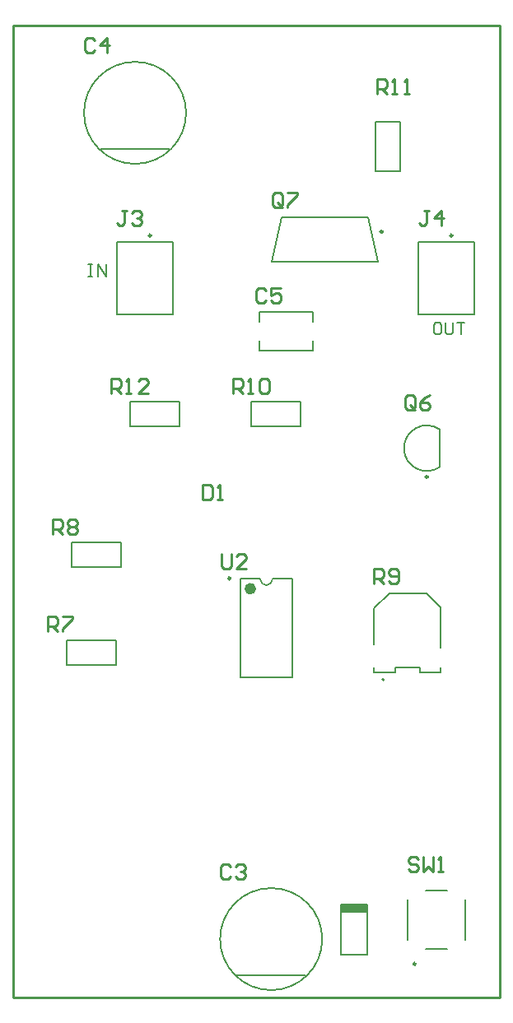
<source format=gto>
G04*
G04 #@! TF.GenerationSoftware,Altium Limited,Altium Designer,23.0.1 (38)*
G04*
G04 Layer_Color=65535*
%FSLAX44Y44*%
%MOMM*%
G71*
G04*
G04 #@! TF.SameCoordinates,AC91A941-50EC-41E1-A27D-3A9DBE1CF2D1*
G04*
G04*
G04 #@! TF.FilePolarity,Positive*
G04*
G01*
G75*
%ADD10C,0.2500*%
%ADD11C,0.1500*%
%ADD12C,0.2000*%
%ADD13C,0.6000*%
%ADD14C,0.2540*%
%ADD15C,0.1270*%
%ADD16R,2.7173X0.9490*%
D10*
X728750Y389500D02*
G03*
X728750Y389500I-1250J0D01*
G01*
X766500Y1138750D02*
G03*
X766500Y1138750I-1250J0D01*
G01*
X456500Y1138750D02*
G03*
X456500Y1138750I-1250J0D01*
G01*
X694750Y1142675D02*
G03*
X694750Y1142675I-1250J0D01*
G01*
X538150Y786100D02*
G03*
X538150Y786100I-1250J0D01*
G01*
X741250Y890500D02*
G03*
X741250Y890500I-1250J0D01*
G01*
D11*
X492500Y1265000D02*
G03*
X492500Y1265000I-52500J0D01*
G01*
X632500Y415000D02*
G03*
X632500Y415000I-52500J0D01*
G01*
D12*
X568650Y785500D02*
G03*
X581350Y785500I6350J0D01*
G01*
X753352Y939339D02*
G03*
X753355Y900664I-13352J-19339D01*
G01*
X696000Y682000D02*
G03*
X696000Y682000I-1000J0D01*
G01*
X651400Y451000D02*
X678600D01*
Y399000D02*
Y451000D01*
X651400Y399000D02*
X678600D01*
X651400D02*
Y451000D01*
X779950Y413960D02*
Y456000D01*
X720050Y413960D02*
Y456000D01*
X738710Y464950D02*
X761000D01*
X738710Y405050D02*
X761289D01*
X712700Y1204600D02*
Y1255400D01*
X687300Y1204600D02*
X712700D01*
X687300D02*
Y1255400D01*
X712700D01*
X559600Y942300D02*
X610400D01*
X559600D02*
Y967700D01*
X610400D01*
Y942300D02*
Y967700D01*
X731250Y1132000D02*
X788750D01*
X731250Y1058000D02*
Y1132000D01*
Y1058000D02*
X788750D01*
Y1132000D01*
X421250D02*
X478750D01*
X421250Y1058000D02*
Y1132000D01*
Y1058000D02*
X478750D01*
Y1132000D01*
X580500Y1112250D02*
X590500Y1157750D01*
X679500D02*
X689500Y1112250D01*
X590500Y1157750D02*
X679500D01*
X580500Y1112250D02*
X689500D01*
X404500Y1227500D02*
X475500D01*
X369600Y722700D02*
X420400D01*
Y697300D02*
Y722700D01*
X369600Y697300D02*
X420400D01*
X369600D02*
Y722700D01*
X622500Y1020000D02*
Y1030250D01*
Y1049750D02*
Y1060000D01*
X567500D02*
X622500D01*
X567500Y1020000D02*
Y1030250D01*
Y1049750D02*
Y1060000D01*
Y1020000D02*
X622500D01*
X548500Y684500D02*
Y785500D01*
X601500Y684500D02*
Y785500D01*
X548500D02*
X568650D01*
X581350D02*
X601500D01*
X548500Y684500D02*
X601500D01*
X753350Y900664D02*
Y939337D01*
X374600Y797300D02*
X425400D01*
X374600D02*
Y822700D01*
X425400D01*
Y797300D02*
Y822700D01*
X434600Y967701D02*
X485400D01*
Y942301D02*
Y967701D01*
X434600Y942301D02*
X485400D01*
X434600D02*
Y967701D01*
X544500Y377500D02*
X615500D01*
X752998Y1048996D02*
X748999D01*
X747000Y1046997D01*
Y1038999D01*
X748999Y1037000D01*
X752998D01*
X754997Y1038999D01*
Y1046997D01*
X752998Y1048996D01*
X758996D02*
Y1038999D01*
X760995Y1037000D01*
X764994D01*
X766993Y1038999D01*
Y1048996D01*
X770992D02*
X778990D01*
X774991D01*
Y1037000D01*
X392000Y1108996D02*
X395999D01*
X393999D01*
Y1097000D01*
X392000D01*
X395999D01*
X401997D02*
Y1108996D01*
X409994Y1097000D01*
Y1108996D01*
D13*
X561500Y775500D02*
G03*
X561500Y775500I-3000J0D01*
G01*
D14*
X315000Y355000D02*
X815000D01*
X315000Y1355000D02*
X815000D01*
Y355000D02*
Y1355000D01*
X315000Y355000D02*
Y1355000D01*
X528668Y811365D02*
Y798669D01*
X531207Y796130D01*
X536286D01*
X538825Y798669D01*
Y811365D01*
X554060Y796130D02*
X543903D01*
X554060Y806287D01*
Y808826D01*
X551521Y811365D01*
X546442D01*
X543903Y808826D01*
X731103Y496914D02*
X728564Y499453D01*
X723485D01*
X720946Y496914D01*
Y494375D01*
X723485Y491836D01*
X728564D01*
X731103Y489296D01*
Y486757D01*
X728564Y484218D01*
X723485D01*
X720946Y486757D01*
X736181Y499453D02*
Y484218D01*
X741259Y489296D01*
X746338Y484218D01*
Y499453D01*
X751416Y484218D02*
X756495D01*
X753955D01*
Y499453D01*
X751416Y496914D01*
X415544Y976551D02*
Y991786D01*
X423162D01*
X425701Y989247D01*
Y984168D01*
X423162Y981629D01*
X415544D01*
X420622D02*
X425701Y976551D01*
X430779D02*
X435857D01*
X433318D01*
Y991786D01*
X430779Y989247D01*
X453632Y976551D02*
X443475D01*
X453632Y986708D01*
Y989247D01*
X451092Y991786D01*
X446014D01*
X443475Y989247D01*
X688688Y1284826D02*
Y1300061D01*
X696305D01*
X698845Y1297522D01*
Y1292444D01*
X696305Y1289904D01*
X688688D01*
X693766D02*
X698845Y1284826D01*
X703923D02*
X709001D01*
X706462D01*
Y1300061D01*
X703923Y1297522D01*
X716619Y1284826D02*
X721697D01*
X719158D01*
Y1300061D01*
X716619Y1297522D01*
X540352Y976470D02*
Y991705D01*
X547970D01*
X550509Y989166D01*
Y984088D01*
X547970Y981548D01*
X540352D01*
X545430D02*
X550509Y976470D01*
X555587D02*
X560665D01*
X558126D01*
Y991705D01*
X555587Y989166D01*
X568283D02*
X570822Y991705D01*
X575900D01*
X578440Y989166D01*
Y979009D01*
X575900Y976470D01*
X570822D01*
X568283Y979009D01*
Y989166D01*
X685640Y780890D02*
Y796125D01*
X693258D01*
X695797Y793586D01*
Y788508D01*
X693258Y785968D01*
X685640D01*
X690718D02*
X695797Y780890D01*
X700875Y783429D02*
X703414Y780890D01*
X708493D01*
X711032Y783429D01*
Y793586D01*
X708493Y796125D01*
X703414D01*
X700875Y793586D01*
Y791047D01*
X703414Y788508D01*
X711032D01*
X355520Y831690D02*
Y846925D01*
X363138D01*
X365677Y844386D01*
Y839307D01*
X363138Y836768D01*
X355520D01*
X360598D02*
X365677Y831690D01*
X370755Y844386D02*
X373294Y846925D01*
X378373D01*
X380912Y844386D01*
Y841847D01*
X378373Y839307D01*
X380912Y836768D01*
Y834229D01*
X378373Y831690D01*
X373294D01*
X370755Y834229D01*
Y836768D01*
X373294Y839307D01*
X370755Y841847D01*
Y844386D01*
X373294Y839307D02*
X378373D01*
X350520Y731520D02*
Y746755D01*
X358138D01*
X360677Y744216D01*
Y739137D01*
X358138Y736598D01*
X350520D01*
X355598D02*
X360677Y731520D01*
X365755Y746755D02*
X375912D01*
Y744216D01*
X365755Y734059D01*
Y731520D01*
X591149Y1170017D02*
Y1180174D01*
X588610Y1182713D01*
X583531D01*
X580992Y1180174D01*
Y1170017D01*
X583531Y1167478D01*
X588610D01*
X586070Y1172556D02*
X591149Y1167478D01*
X588610D02*
X591149Y1170017D01*
X596227Y1182713D02*
X606384D01*
Y1180174D01*
X596227Y1170017D01*
Y1167478D01*
X728055Y961991D02*
Y972148D01*
X725516Y974687D01*
X720437D01*
X717898Y972148D01*
Y961991D01*
X720437Y959452D01*
X725516D01*
X722976Y964530D02*
X728055Y959452D01*
X725516D02*
X728055Y961991D01*
X743290Y974687D02*
X738211Y972148D01*
X733133Y967069D01*
Y961991D01*
X735672Y959452D01*
X740751D01*
X743290Y961991D01*
Y964530D01*
X740751Y967069D01*
X733133D01*
X742025Y1164171D02*
X736946D01*
X739485D01*
Y1151475D01*
X736946Y1148936D01*
X734407D01*
X731868Y1151475D01*
X754721Y1148936D02*
Y1164171D01*
X747103Y1156553D01*
X757260D01*
X431891Y1164171D02*
X426812D01*
X429352D01*
Y1151475D01*
X426812Y1148936D01*
X424273D01*
X421734Y1151475D01*
X436969Y1161632D02*
X439508Y1164171D01*
X444587D01*
X447126Y1161632D01*
Y1159093D01*
X444587Y1156553D01*
X442047D01*
X444587D01*
X447126Y1154014D01*
Y1151475D01*
X444587Y1148936D01*
X439508D01*
X436969Y1151475D01*
X509843Y882617D02*
Y867383D01*
X517461D01*
X520000Y869922D01*
Y880078D01*
X517461Y882617D01*
X509843D01*
X525078Y867383D02*
X530157D01*
X527618D01*
Y882617D01*
X525078Y880078D01*
X574639Y1082384D02*
X572099Y1084923D01*
X567021D01*
X564482Y1082384D01*
Y1072227D01*
X567021Y1069688D01*
X572099D01*
X574639Y1072227D01*
X589874Y1084923D02*
X579717D01*
Y1077306D01*
X584795Y1079845D01*
X587335D01*
X589874Y1077306D01*
Y1072227D01*
X587335Y1069688D01*
X582256D01*
X579717Y1072227D01*
X398109Y1339940D02*
X395569Y1342479D01*
X390491D01*
X387952Y1339940D01*
Y1329783D01*
X390491Y1327244D01*
X395569D01*
X398109Y1329783D01*
X410805Y1327244D02*
Y1342479D01*
X403187Y1334861D01*
X413344D01*
X538223Y489708D02*
X535684Y492247D01*
X530605D01*
X528066Y489708D01*
Y479551D01*
X530605Y477012D01*
X535684D01*
X538223Y479551D01*
X543301Y489708D02*
X545840Y492247D01*
X550919D01*
X553458Y489708D01*
Y487169D01*
X550919Y484630D01*
X548379D01*
X550919D01*
X553458Y482090D01*
Y479551D01*
X550919Y477012D01*
X545840D01*
X543301Y479551D01*
D15*
X685950Y689500D02*
Y694000D01*
Y689500D02*
X707300D01*
Y694000D01*
X707200D02*
X707300D01*
X732700D01*
Y689500D02*
Y694000D01*
Y689500D02*
X754050D01*
Y694000D01*
X685950Y718000D02*
Y755100D01*
X701300Y770500D01*
X740000D01*
X754050Y756500D01*
Y714500D02*
Y756500D01*
D16*
X664983Y446258D02*
D03*
M02*

</source>
